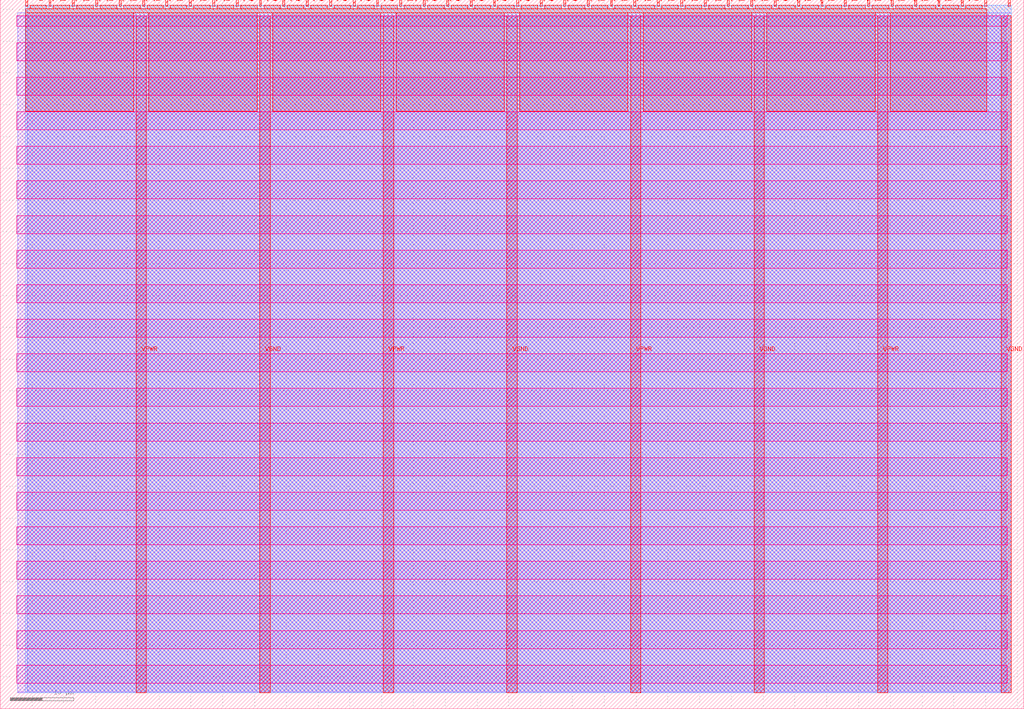
<source format=lef>
VERSION 5.7 ;
  NOWIREEXTENSIONATPIN ON ;
  DIVIDERCHAR "/" ;
  BUSBITCHARS "[]" ;
MACRO tt_um_TD4_Assy_KosugiSubaru
  CLASS BLOCK ;
  FOREIGN tt_um_TD4_Assy_KosugiSubaru ;
  ORIGIN 0.000 0.000 ;
  SIZE 161.000 BY 111.520 ;
  PIN VGND
    DIRECTION INOUT ;
    USE GROUND ;
    PORT
      LAYER met4 ;
        RECT 40.830 2.480 42.430 109.040 ;
    END
    PORT
      LAYER met4 ;
        RECT 79.700 2.480 81.300 109.040 ;
    END
    PORT
      LAYER met4 ;
        RECT 118.570 2.480 120.170 109.040 ;
    END
    PORT
      LAYER met4 ;
        RECT 157.440 2.480 159.040 109.040 ;
    END
  END VGND
  PIN VPWR
    DIRECTION INOUT ;
    USE POWER ;
    PORT
      LAYER met4 ;
        RECT 21.395 2.480 22.995 109.040 ;
    END
    PORT
      LAYER met4 ;
        RECT 60.265 2.480 61.865 109.040 ;
    END
    PORT
      LAYER met4 ;
        RECT 99.135 2.480 100.735 109.040 ;
    END
    PORT
      LAYER met4 ;
        RECT 138.005 2.480 139.605 109.040 ;
    END
  END VPWR
  PIN clk
    DIRECTION INPUT ;
    USE SIGNAL ;
    ANTENNAGATEAREA 0.852000 ;
    PORT
      LAYER met4 ;
        RECT 154.870 110.520 155.170 111.520 ;
    END
  END clk
  PIN ena
    DIRECTION INPUT ;
    USE SIGNAL ;
    PORT
      LAYER met4 ;
        RECT 158.550 110.520 158.850 111.520 ;
    END
  END ena
  PIN rst_n
    DIRECTION INPUT ;
    USE SIGNAL ;
    ANTENNAGATEAREA 0.196500 ;
    PORT
      LAYER met4 ;
        RECT 151.190 110.520 151.490 111.520 ;
    END
  END rst_n
  PIN ui_in[0]
    DIRECTION INPUT ;
    USE SIGNAL ;
    ANTENNAGATEAREA 0.196500 ;
    PORT
      LAYER met4 ;
        RECT 147.510 110.520 147.810 111.520 ;
    END
  END ui_in[0]
  PIN ui_in[1]
    DIRECTION INPUT ;
    USE SIGNAL ;
    ANTENNAGATEAREA 0.196500 ;
    PORT
      LAYER met4 ;
        RECT 143.830 110.520 144.130 111.520 ;
    END
  END ui_in[1]
  PIN ui_in[2]
    DIRECTION INPUT ;
    USE SIGNAL ;
    ANTENNAGATEAREA 0.196500 ;
    PORT
      LAYER met4 ;
        RECT 140.150 110.520 140.450 111.520 ;
    END
  END ui_in[2]
  PIN ui_in[3]
    DIRECTION INPUT ;
    USE SIGNAL ;
    ANTENNAGATEAREA 0.196500 ;
    PORT
      LAYER met4 ;
        RECT 136.470 110.520 136.770 111.520 ;
    END
  END ui_in[3]
  PIN ui_in[4]
    DIRECTION INPUT ;
    USE SIGNAL ;
    ANTENNAGATEAREA 0.196500 ;
    PORT
      LAYER met4 ;
        RECT 132.790 110.520 133.090 111.520 ;
    END
  END ui_in[4]
  PIN ui_in[5]
    DIRECTION INPUT ;
    USE SIGNAL ;
    ANTENNAGATEAREA 0.196500 ;
    PORT
      LAYER met4 ;
        RECT 129.110 110.520 129.410 111.520 ;
    END
  END ui_in[5]
  PIN ui_in[6]
    DIRECTION INPUT ;
    USE SIGNAL ;
    ANTENNAGATEAREA 0.196500 ;
    PORT
      LAYER met4 ;
        RECT 125.430 110.520 125.730 111.520 ;
    END
  END ui_in[6]
  PIN ui_in[7]
    DIRECTION INPUT ;
    USE SIGNAL ;
    ANTENNAGATEAREA 0.126000 ;
    PORT
      LAYER met4 ;
        RECT 121.750 110.520 122.050 111.520 ;
    END
  END ui_in[7]
  PIN uio_in[0]
    DIRECTION INPUT ;
    USE SIGNAL ;
    ANTENNAGATEAREA 0.196500 ;
    PORT
      LAYER met4 ;
        RECT 118.070 110.520 118.370 111.520 ;
    END
  END uio_in[0]
  PIN uio_in[1]
    DIRECTION INPUT ;
    USE SIGNAL ;
    ANTENNAGATEAREA 0.196500 ;
    PORT
      LAYER met4 ;
        RECT 114.390 110.520 114.690 111.520 ;
    END
  END uio_in[1]
  PIN uio_in[2]
    DIRECTION INPUT ;
    USE SIGNAL ;
    ANTENNAGATEAREA 0.196500 ;
    PORT
      LAYER met4 ;
        RECT 110.710 110.520 111.010 111.520 ;
    END
  END uio_in[2]
  PIN uio_in[3]
    DIRECTION INPUT ;
    USE SIGNAL ;
    ANTENNAGATEAREA 0.196500 ;
    PORT
      LAYER met4 ;
        RECT 107.030 110.520 107.330 111.520 ;
    END
  END uio_in[3]
  PIN uio_in[4]
    DIRECTION INPUT ;
    USE SIGNAL ;
    PORT
      LAYER met4 ;
        RECT 103.350 110.520 103.650 111.520 ;
    END
  END uio_in[4]
  PIN uio_in[5]
    DIRECTION INPUT ;
    USE SIGNAL ;
    PORT
      LAYER met4 ;
        RECT 99.670 110.520 99.970 111.520 ;
    END
  END uio_in[5]
  PIN uio_in[6]
    DIRECTION INPUT ;
    USE SIGNAL ;
    PORT
      LAYER met4 ;
        RECT 95.990 110.520 96.290 111.520 ;
    END
  END uio_in[6]
  PIN uio_in[7]
    DIRECTION INPUT ;
    USE SIGNAL ;
    PORT
      LAYER met4 ;
        RECT 92.310 110.520 92.610 111.520 ;
    END
  END uio_in[7]
  PIN uio_oe[0]
    DIRECTION OUTPUT TRISTATE ;
    USE SIGNAL ;
    PORT
      LAYER met4 ;
        RECT 29.750 110.520 30.050 111.520 ;
    END
  END uio_oe[0]
  PIN uio_oe[1]
    DIRECTION OUTPUT TRISTATE ;
    USE SIGNAL ;
    PORT
      LAYER met4 ;
        RECT 26.070 110.520 26.370 111.520 ;
    END
  END uio_oe[1]
  PIN uio_oe[2]
    DIRECTION OUTPUT TRISTATE ;
    USE SIGNAL ;
    PORT
      LAYER met4 ;
        RECT 22.390 110.520 22.690 111.520 ;
    END
  END uio_oe[2]
  PIN uio_oe[3]
    DIRECTION OUTPUT TRISTATE ;
    USE SIGNAL ;
    PORT
      LAYER met4 ;
        RECT 18.710 110.520 19.010 111.520 ;
    END
  END uio_oe[3]
  PIN uio_oe[4]
    DIRECTION OUTPUT TRISTATE ;
    USE SIGNAL ;
    PORT
      LAYER met4 ;
        RECT 15.030 110.520 15.330 111.520 ;
    END
  END uio_oe[4]
  PIN uio_oe[5]
    DIRECTION OUTPUT TRISTATE ;
    USE SIGNAL ;
    PORT
      LAYER met4 ;
        RECT 11.350 110.520 11.650 111.520 ;
    END
  END uio_oe[5]
  PIN uio_oe[6]
    DIRECTION OUTPUT TRISTATE ;
    USE SIGNAL ;
    PORT
      LAYER met4 ;
        RECT 7.670 110.520 7.970 111.520 ;
    END
  END uio_oe[6]
  PIN uio_oe[7]
    DIRECTION OUTPUT TRISTATE ;
    USE SIGNAL ;
    PORT
      LAYER met4 ;
        RECT 3.990 110.520 4.290 111.520 ;
    END
  END uio_oe[7]
  PIN uio_out[0]
    DIRECTION OUTPUT TRISTATE ;
    USE SIGNAL ;
    PORT
      LAYER met4 ;
        RECT 59.190 110.520 59.490 111.520 ;
    END
  END uio_out[0]
  PIN uio_out[1]
    DIRECTION OUTPUT TRISTATE ;
    USE SIGNAL ;
    PORT
      LAYER met4 ;
        RECT 55.510 110.520 55.810 111.520 ;
    END
  END uio_out[1]
  PIN uio_out[2]
    DIRECTION OUTPUT TRISTATE ;
    USE SIGNAL ;
    PORT
      LAYER met4 ;
        RECT 51.830 110.520 52.130 111.520 ;
    END
  END uio_out[2]
  PIN uio_out[3]
    DIRECTION OUTPUT TRISTATE ;
    USE SIGNAL ;
    PORT
      LAYER met4 ;
        RECT 48.150 110.520 48.450 111.520 ;
    END
  END uio_out[3]
  PIN uio_out[4]
    DIRECTION OUTPUT TRISTATE ;
    USE SIGNAL ;
    ANTENNAGATEAREA 0.126000 ;
    ANTENNADIFFAREA 0.891000 ;
    PORT
      LAYER met4 ;
        RECT 44.470 110.520 44.770 111.520 ;
    END
  END uio_out[4]
  PIN uio_out[5]
    DIRECTION OUTPUT TRISTATE ;
    USE SIGNAL ;
    ANTENNAGATEAREA 0.126000 ;
    ANTENNADIFFAREA 0.891000 ;
    PORT
      LAYER met4 ;
        RECT 40.790 110.520 41.090 111.520 ;
    END
  END uio_out[5]
  PIN uio_out[6]
    DIRECTION OUTPUT TRISTATE ;
    USE SIGNAL ;
    ANTENNAGATEAREA 0.126000 ;
    ANTENNADIFFAREA 0.891000 ;
    PORT
      LAYER met4 ;
        RECT 37.110 110.520 37.410 111.520 ;
    END
  END uio_out[6]
  PIN uio_out[7]
    DIRECTION OUTPUT TRISTATE ;
    USE SIGNAL ;
    ANTENNAGATEAREA 0.126000 ;
    ANTENNADIFFAREA 0.891000 ;
    PORT
      LAYER met4 ;
        RECT 33.430 110.520 33.730 111.520 ;
    END
  END uio_out[7]
  PIN uo_out[0]
    DIRECTION OUTPUT TRISTATE ;
    USE SIGNAL ;
    ANTENNAGATEAREA 1.242000 ;
    ANTENNADIFFAREA 0.891000 ;
    PORT
      LAYER met4 ;
        RECT 88.630 110.520 88.930 111.520 ;
    END
  END uo_out[0]
  PIN uo_out[1]
    DIRECTION OUTPUT TRISTATE ;
    USE SIGNAL ;
    ANTENNAGATEAREA 0.994500 ;
    ANTENNADIFFAREA 0.891000 ;
    PORT
      LAYER met4 ;
        RECT 84.950 110.520 85.250 111.520 ;
    END
  END uo_out[1]
  PIN uo_out[2]
    DIRECTION OUTPUT TRISTATE ;
    USE SIGNAL ;
    ANTENNAGATEAREA 0.621000 ;
    ANTENNADIFFAREA 0.891000 ;
    PORT
      LAYER met4 ;
        RECT 81.270 110.520 81.570 111.520 ;
    END
  END uo_out[2]
  PIN uo_out[3]
    DIRECTION OUTPUT TRISTATE ;
    USE SIGNAL ;
    ANTENNAGATEAREA 0.373500 ;
    ANTENNADIFFAREA 0.891000 ;
    PORT
      LAYER met4 ;
        RECT 77.590 110.520 77.890 111.520 ;
    END
  END uo_out[3]
  PIN uo_out[4]
    DIRECTION OUTPUT TRISTATE ;
    USE SIGNAL ;
    ANTENNADIFFAREA 0.795200 ;
    PORT
      LAYER met4 ;
        RECT 73.910 110.520 74.210 111.520 ;
    END
  END uo_out[4]
  PIN uo_out[5]
    DIRECTION OUTPUT TRISTATE ;
    USE SIGNAL ;
    PORT
      LAYER met4 ;
        RECT 70.230 110.520 70.530 111.520 ;
    END
  END uo_out[5]
  PIN uo_out[6]
    DIRECTION OUTPUT TRISTATE ;
    USE SIGNAL ;
    PORT
      LAYER met4 ;
        RECT 66.550 110.520 66.850 111.520 ;
    END
  END uo_out[6]
  PIN uo_out[7]
    DIRECTION OUTPUT TRISTATE ;
    USE SIGNAL ;
    PORT
      LAYER met4 ;
        RECT 62.870 110.520 63.170 111.520 ;
    END
  END uo_out[7]
  OBS
      LAYER nwell ;
        RECT 2.570 107.385 158.430 108.990 ;
        RECT 2.570 101.945 158.430 104.775 ;
        RECT 2.570 96.505 158.430 99.335 ;
        RECT 2.570 91.065 158.430 93.895 ;
        RECT 2.570 85.625 158.430 88.455 ;
        RECT 2.570 80.185 158.430 83.015 ;
        RECT 2.570 74.745 158.430 77.575 ;
        RECT 2.570 69.305 158.430 72.135 ;
        RECT 2.570 63.865 158.430 66.695 ;
        RECT 2.570 58.425 158.430 61.255 ;
        RECT 2.570 52.985 158.430 55.815 ;
        RECT 2.570 47.545 158.430 50.375 ;
        RECT 2.570 42.105 158.430 44.935 ;
        RECT 2.570 36.665 158.430 39.495 ;
        RECT 2.570 31.225 158.430 34.055 ;
        RECT 2.570 25.785 158.430 28.615 ;
        RECT 2.570 20.345 158.430 23.175 ;
        RECT 2.570 14.905 158.430 17.735 ;
        RECT 2.570 9.465 158.430 12.295 ;
        RECT 2.570 4.025 158.430 6.855 ;
      LAYER li1 ;
        RECT 2.760 2.635 158.240 108.885 ;
      LAYER met1 ;
        RECT 2.760 2.480 159.040 109.440 ;
      LAYER met2 ;
        RECT 4.230 2.535 159.010 110.685 ;
      LAYER met3 ;
        RECT 3.950 2.555 159.030 110.665 ;
      LAYER met4 ;
        RECT 4.690 110.120 7.270 110.665 ;
        RECT 8.370 110.120 10.950 110.665 ;
        RECT 12.050 110.120 14.630 110.665 ;
        RECT 15.730 110.120 18.310 110.665 ;
        RECT 19.410 110.120 21.990 110.665 ;
        RECT 23.090 110.120 25.670 110.665 ;
        RECT 26.770 110.120 29.350 110.665 ;
        RECT 30.450 110.120 33.030 110.665 ;
        RECT 34.130 110.120 36.710 110.665 ;
        RECT 37.810 110.120 40.390 110.665 ;
        RECT 41.490 110.120 44.070 110.665 ;
        RECT 45.170 110.120 47.750 110.665 ;
        RECT 48.850 110.120 51.430 110.665 ;
        RECT 52.530 110.120 55.110 110.665 ;
        RECT 56.210 110.120 58.790 110.665 ;
        RECT 59.890 110.120 62.470 110.665 ;
        RECT 63.570 110.120 66.150 110.665 ;
        RECT 67.250 110.120 69.830 110.665 ;
        RECT 70.930 110.120 73.510 110.665 ;
        RECT 74.610 110.120 77.190 110.665 ;
        RECT 78.290 110.120 80.870 110.665 ;
        RECT 81.970 110.120 84.550 110.665 ;
        RECT 85.650 110.120 88.230 110.665 ;
        RECT 89.330 110.120 91.910 110.665 ;
        RECT 93.010 110.120 95.590 110.665 ;
        RECT 96.690 110.120 99.270 110.665 ;
        RECT 100.370 110.120 102.950 110.665 ;
        RECT 104.050 110.120 106.630 110.665 ;
        RECT 107.730 110.120 110.310 110.665 ;
        RECT 111.410 110.120 113.990 110.665 ;
        RECT 115.090 110.120 117.670 110.665 ;
        RECT 118.770 110.120 121.350 110.665 ;
        RECT 122.450 110.120 125.030 110.665 ;
        RECT 126.130 110.120 128.710 110.665 ;
        RECT 129.810 110.120 132.390 110.665 ;
        RECT 133.490 110.120 136.070 110.665 ;
        RECT 137.170 110.120 139.750 110.665 ;
        RECT 140.850 110.120 143.430 110.665 ;
        RECT 144.530 110.120 147.110 110.665 ;
        RECT 148.210 110.120 150.790 110.665 ;
        RECT 151.890 110.120 154.470 110.665 ;
        RECT 3.975 109.440 155.185 110.120 ;
        RECT 3.975 94.015 20.995 109.440 ;
        RECT 23.395 94.015 40.430 109.440 ;
        RECT 42.830 94.015 59.865 109.440 ;
        RECT 62.265 94.015 79.300 109.440 ;
        RECT 81.700 94.015 98.735 109.440 ;
        RECT 101.135 94.015 118.170 109.440 ;
        RECT 120.570 94.015 137.605 109.440 ;
        RECT 140.005 94.015 155.185 109.440 ;
  END
END tt_um_TD4_Assy_KosugiSubaru
END LIBRARY


</source>
